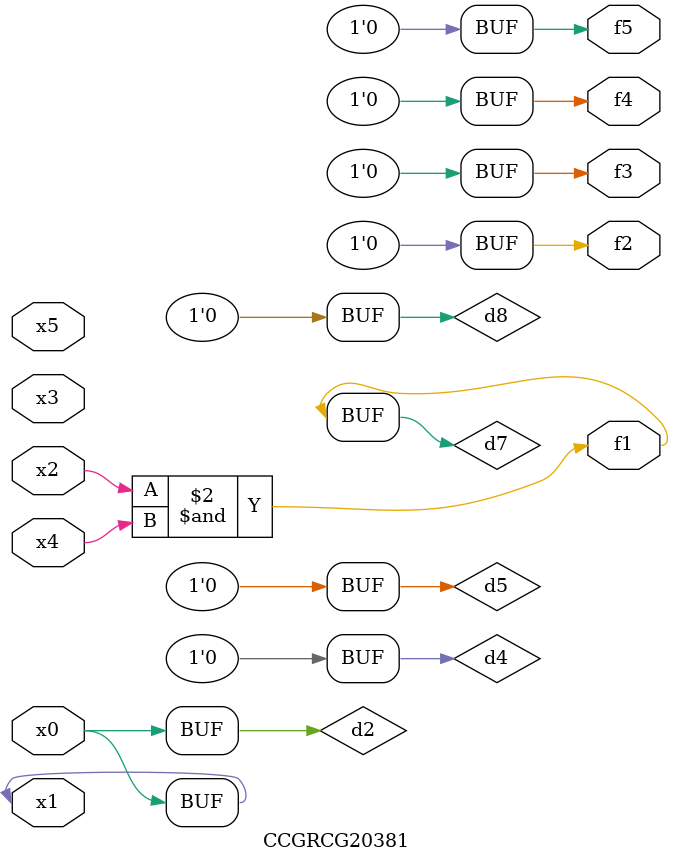
<source format=v>
module CCGRCG20381(
	input x0, x1, x2, x3, x4, x5,
	output f1, f2, f3, f4, f5
);

	wire d1, d2, d3, d4, d5, d6, d7, d8, d9;

	nand (d1, x1);
	buf (d2, x0, x1);
	nand (d3, x2, x4);
	and (d4, d1, d2);
	and (d5, d1, d2);
	nand (d6, d1, d3);
	not (d7, d3);
	xor (d8, d5);
	nor (d9, d5, d6);
	assign f1 = d7;
	assign f2 = d8;
	assign f3 = d8;
	assign f4 = d8;
	assign f5 = d8;
endmodule

</source>
